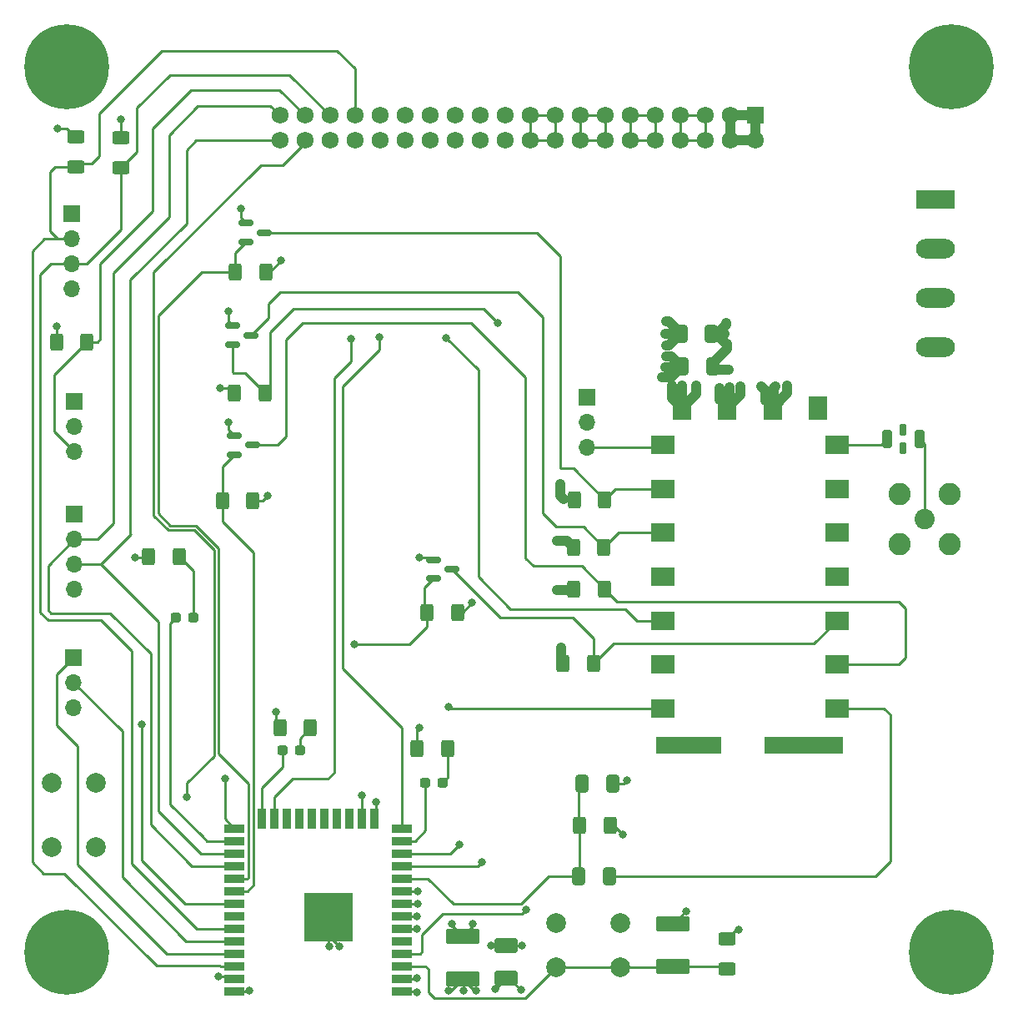
<source format=gbr>
%TF.GenerationSoftware,KiCad,Pcbnew,6.0.5-a6ca702e91~116~ubuntu22.04.1*%
%TF.CreationDate,2022-06-14T21:35:23-07:00*%
%TF.ProjectId,aprs-esp32,61707273-2d65-4737-9033-322e6b696361,v1.0.0*%
%TF.SameCoordinates,Original*%
%TF.FileFunction,Copper,L1,Top*%
%TF.FilePolarity,Positive*%
%FSLAX46Y46*%
G04 Gerber Fmt 4.6, Leading zero omitted, Abs format (unit mm)*
G04 Created by KiCad (PCBNEW 6.0.5-a6ca702e91~116~ubuntu22.04.1) date 2022-06-14 21:35:23*
%MOMM*%
%LPD*%
G01*
G04 APERTURE LIST*
G04 Aperture macros list*
%AMRoundRect*
0 Rectangle with rounded corners*
0 $1 Rounding radius*
0 $2 $3 $4 $5 $6 $7 $8 $9 X,Y pos of 4 corners*
0 Add a 4 corners polygon primitive as box body*
4,1,4,$2,$3,$4,$5,$6,$7,$8,$9,$2,$3,0*
0 Add four circle primitives for the rounded corners*
1,1,$1+$1,$2,$3*
1,1,$1+$1,$4,$5*
1,1,$1+$1,$6,$7*
1,1,$1+$1,$8,$9*
0 Add four rect primitives between the rounded corners*
20,1,$1+$1,$2,$3,$4,$5,0*
20,1,$1+$1,$4,$5,$6,$7,0*
20,1,$1+$1,$6,$7,$8,$9,0*
20,1,$1+$1,$8,$9,$2,$3,0*%
G04 Aperture macros list end*
%TA.AperFunction,SMDPad,CuDef*%
%ADD10RoundRect,0.250000X-0.400000X-0.625000X0.400000X-0.625000X0.400000X0.625000X-0.400000X0.625000X0*%
%TD*%
%TA.AperFunction,SMDPad,CuDef*%
%ADD11RoundRect,0.250000X0.400000X0.625000X-0.400000X0.625000X-0.400000X-0.625000X0.400000X-0.625000X0*%
%TD*%
%TA.AperFunction,SMDPad,CuDef*%
%ADD12R,5.000000X5.000000*%
%TD*%
%TA.AperFunction,SMDPad,CuDef*%
%ADD13R,2.000000X0.900000*%
%TD*%
%TA.AperFunction,SMDPad,CuDef*%
%ADD14R,0.900000X2.000000*%
%TD*%
%TA.AperFunction,ComponentPad*%
%ADD15C,2.000000*%
%TD*%
%TA.AperFunction,SMDPad,CuDef*%
%ADD16RoundRect,0.250000X-0.412500X-0.650000X0.412500X-0.650000X0.412500X0.650000X-0.412500X0.650000X0*%
%TD*%
%TA.AperFunction,SMDPad,CuDef*%
%ADD17RoundRect,0.150000X-0.587500X-0.150000X0.587500X-0.150000X0.587500X0.150000X-0.587500X0.150000X0*%
%TD*%
%TA.AperFunction,SMDPad,CuDef*%
%ADD18RoundRect,0.250000X-0.625000X0.400000X-0.625000X-0.400000X0.625000X-0.400000X0.625000X0.400000X0*%
%TD*%
%TA.AperFunction,ComponentPad*%
%ADD19C,1.725000*%
%TD*%
%TA.AperFunction,ComponentPad*%
%ADD20R,1.725000X1.725000*%
%TD*%
%TA.AperFunction,SMDPad,CuDef*%
%ADD21RoundRect,0.250000X1.450000X-0.537500X1.450000X0.537500X-1.450000X0.537500X-1.450000X-0.537500X0*%
%TD*%
%TA.AperFunction,SMDPad,CuDef*%
%ADD22RoundRect,0.237500X0.287500X0.237500X-0.287500X0.237500X-0.287500X-0.237500X0.287500X-0.237500X0*%
%TD*%
%TA.AperFunction,ComponentPad*%
%ADD23C,2.050000*%
%TD*%
%TA.AperFunction,ComponentPad*%
%ADD24C,2.250000*%
%TD*%
%TA.AperFunction,SMDPad,CuDef*%
%ADD25RoundRect,0.250000X-1.450000X0.537500X-1.450000X-0.537500X1.450000X-0.537500X1.450000X0.537500X0*%
%TD*%
%TA.AperFunction,ComponentPad*%
%ADD26R,3.960000X1.980000*%
%TD*%
%TA.AperFunction,ComponentPad*%
%ADD27O,3.960000X1.980000*%
%TD*%
%TA.AperFunction,ComponentPad*%
%ADD28R,1.700000X1.700000*%
%TD*%
%TA.AperFunction,ComponentPad*%
%ADD29O,1.700000X1.700000*%
%TD*%
%TA.AperFunction,ComponentPad*%
%ADD30C,0.900000*%
%TD*%
%TA.AperFunction,ComponentPad*%
%ADD31C,8.600000*%
%TD*%
%TA.AperFunction,SMDPad,CuDef*%
%ADD32R,2.470000X1.880000*%
%TD*%
%TA.AperFunction,SMDPad,CuDef*%
%ADD33R,1.880000X2.470000*%
%TD*%
%TA.AperFunction,SMDPad,CuDef*%
%ADD34R,6.600000X1.800000*%
%TD*%
%TA.AperFunction,SMDPad,CuDef*%
%ADD35R,8.000000X1.800000*%
%TD*%
%TA.AperFunction,SMDPad,CuDef*%
%ADD36RoundRect,0.152500X-0.152500X-0.470000X0.152500X-0.470000X0.152500X0.470000X-0.152500X0.470000X0*%
%TD*%
%TA.AperFunction,ComponentPad*%
%ADD37C,0.610000*%
%TD*%
%TA.AperFunction,SMDPad,CuDef*%
%ADD38RoundRect,0.249600X-0.270400X-0.650400X0.270400X-0.650400X0.270400X0.650400X-0.270400X0.650400X0*%
%TD*%
%TA.AperFunction,SMDPad,CuDef*%
%ADD39RoundRect,0.250001X-0.924999X0.499999X-0.924999X-0.499999X0.924999X-0.499999X0.924999X0.499999X0*%
%TD*%
%TA.AperFunction,SMDPad,CuDef*%
%ADD40RoundRect,0.250000X0.412500X0.650000X-0.412500X0.650000X-0.412500X-0.650000X0.412500X-0.650000X0*%
%TD*%
%TA.AperFunction,ViaPad*%
%ADD41C,0.800000*%
%TD*%
%TA.AperFunction,Conductor*%
%ADD42C,0.292100*%
%TD*%
%TA.AperFunction,Conductor*%
%ADD43C,1.000000*%
%TD*%
%TA.AperFunction,Conductor*%
%ADD44C,0.230000*%
%TD*%
G04 APERTURE END LIST*
D10*
%TO.P,R6,1*%
%TO.N,+4V*%
X76605000Y-78035000D03*
%TO.P,R6,2*%
%TO.N,RADIO_TX_HIGH*%
X79705000Y-78035000D03*
%TD*%
D11*
%TO.P,R2,2*%
%TO.N,RADIO_ENA_LOW*%
X42192500Y-45875000D03*
%TO.P,R2,1*%
%TO.N,+3V3*%
X45292500Y-45875000D03*
%TD*%
D12*
%TO.P,ESP32-WROOM-32D1,39,GND*%
%TO.N,GND*%
X51650275Y-111341072D03*
D13*
%TO.P,ESP32-WROOM-32D1,38,GND*%
X42150275Y-118841072D03*
%TO.P,ESP32-WROOM-32D1,37,IO23*%
%TO.N,GPIO23*%
X42150275Y-117571072D03*
%TO.P,ESP32-WROOM-32D1,36,IO22*%
%TO.N,I2C_SCL*%
X42150275Y-116301072D03*
%TO.P,ESP32-WROOM-32D1,35,TXD0/IO1*%
%TO.N,ESP_TX*%
X42150275Y-115031072D03*
%TO.P,ESP32-WROOM-32D1,34,RXD0/IO3*%
%TO.N,ESP_RX*%
X42150275Y-113761072D03*
%TO.P,ESP32-WROOM-32D1,33,IO21*%
%TO.N,I2C_SA*%
X42150275Y-112491072D03*
%TO.P,ESP32-WROOM-32D1,32,NC*%
%TO.N,unconnected-(ESP32-WROOM-32D1-Pad32)*%
X42150275Y-111221072D03*
%TO.P,ESP32-WROOM-32D1,31,IO19*%
%TO.N,RADIO_RX_LOW*%
X42150275Y-109951072D03*
%TO.P,ESP32-WROOM-32D1,30,IO18*%
%TO.N,RADIO_TX_LOW*%
X42150275Y-108681072D03*
%TO.P,ESP32-WROOM-32D1,29,IO5*%
%TO.N,RADIO_ENA_LOW*%
X42150275Y-107411072D03*
%TO.P,ESP32-WROOM-32D1,28,IO17*%
%TO.N,GPS_TX*%
X42150275Y-106141072D03*
%TO.P,ESP32-WROOM-32D1,27,IO16*%
%TO.N,GPS_RX*%
X42150275Y-104871072D03*
%TO.P,ESP32-WROOM-32D1,26,IO4*%
%TO.N,GPIO04*%
X42150275Y-103601072D03*
%TO.P,ESP32-WROOM-32D1,25,IO0*%
%TO.N,ESP_PROG*%
X42150275Y-102331072D03*
D14*
%TO.P,ESP32-WROOM-32D1,24,IO2*%
%TO.N,GPIO02*%
X44935275Y-101331072D03*
%TO.P,ESP32-WROOM-32D1,23,IO15*%
%TO.N,GPIO015*%
X46205275Y-101331072D03*
%TO.P,ESP32-WROOM-32D1,22,SDI/SD1*%
%TO.N,unconnected-(ESP32-WROOM-32D1-Pad22)*%
X47475275Y-101331072D03*
%TO.P,ESP32-WROOM-32D1,21,SDO/SD0*%
%TO.N,unconnected-(ESP32-WROOM-32D1-Pad21)*%
X48745275Y-101331072D03*
%TO.P,ESP32-WROOM-32D1,20,SCK/CLK*%
%TO.N,unconnected-(ESP32-WROOM-32D1-Pad20)*%
X50015275Y-101331072D03*
%TO.P,ESP32-WROOM-32D1,19,SCS/CMD*%
%TO.N,unconnected-(ESP32-WROOM-32D1-Pad19)*%
X51285275Y-101331072D03*
%TO.P,ESP32-WROOM-32D1,18,SWP/SD3*%
%TO.N,unconnected-(ESP32-WROOM-32D1-Pad18)*%
X52555275Y-101331072D03*
%TO.P,ESP32-WROOM-32D1,17,SHD/SD2*%
%TO.N,unconnected-(ESP32-WROOM-32D1-Pad17)*%
X53825275Y-101331072D03*
%TO.P,ESP32-WROOM-32D1,16,IO13*%
%TO.N,ONE_WIRE*%
X55095275Y-101331072D03*
%TO.P,ESP32-WROOM-32D1,15,GND*%
%TO.N,GND*%
X56365275Y-101331072D03*
D13*
%TO.P,ESP32-WROOM-32D1,14,IO12*%
%TO.N,GPIO012*%
X59150275Y-102331072D03*
%TO.P,ESP32-WROOM-32D1,13,IO14*%
%TO.N,GPIO014*%
X59150275Y-103601072D03*
%TO.P,ESP32-WROOM-32D1,12,IO27*%
%TO.N,GPIO27*%
X59150275Y-104871072D03*
%TO.P,ESP32-WROOM-32D1,11,IO26*%
%TO.N,GPIO26*%
X59150275Y-106141072D03*
%TO.P,ESP32-WROOM-32D1,10,IO25*%
%TO.N,FSK_OUT*%
X59150275Y-107411072D03*
%TO.P,ESP32-WROOM-32D1,9,IO33*%
%TO.N,PTT_LOW*%
X59150275Y-108681072D03*
%TO.P,ESP32-WROOM-32D1,8,IO32*%
%TO.N,GPIO032*%
X59150275Y-109951072D03*
%TO.P,ESP32-WROOM-32D1,7,IO35*%
%TO.N,GPIO35*%
X59150275Y-111221072D03*
%TO.P,ESP32-WROOM-32D1,6,IO34*%
%TO.N,GPIO34*%
X59150275Y-112491072D03*
%TO.P,ESP32-WROOM-32D1,5,SENSOR_VN*%
%TO.N,unconnected-(ESP32-WROOM-32D1-Pad5)*%
X59150275Y-113761072D03*
%TO.P,ESP32-WROOM-32D1,4,SENSOR_VP*%
%TO.N,AUDIO_IN*%
X59150275Y-115031072D03*
%TO.P,ESP32-WROOM-32D1,3,EN*%
%TO.N,ESP_ENA*%
X59150275Y-116301072D03*
%TO.P,ESP32-WROOM-32D1,2,VDD*%
%TO.N,+3V3*%
X59150275Y-117571072D03*
%TO.P,ESP32-WROOM-32D1,1,GND*%
%TO.N,GND*%
X59150275Y-118841072D03*
%TD*%
D15*
%TO.P,SW2,2,2*%
%TO.N,ESP_PROG*%
X28065000Y-97715000D03*
X28065000Y-104215000D03*
%TO.P,SW2,1,1*%
%TO.N,GND*%
X23565000Y-97715000D03*
X23565000Y-104215000D03*
%TD*%
D16*
%TO.P,C2,1*%
%TO.N,+4V*%
X87555000Y-55485000D03*
%TO.P,C2,2*%
%TO.N,GND*%
X90680000Y-55485000D03*
%TD*%
D17*
%TO.P,Q2,1,G*%
%TO.N,+3V3*%
X42116500Y-62501600D03*
%TO.P,Q2,2,S*%
%TO.N,RADIO_TX_LOW*%
X42116500Y-64401600D03*
%TO.P,Q2,3,D*%
%TO.N,RADIO_TX_HIGH*%
X43991500Y-63451600D03*
%TD*%
D18*
%TO.P,R12,1*%
%TO.N,+3V3*%
X25997896Y-32172987D03*
%TO.P,R12,2*%
%TO.N,I2C_SCL*%
X25997896Y-35272987D03*
%TD*%
D19*
%TO.P,J5,40,40*%
%TO.N,GPS_RX*%
X46740000Y-32540000D03*
%TO.P,J5,39,39*%
%TO.N,GPS_TX*%
X46740000Y-30000000D03*
%TO.P,J5,38,38*%
%TO.N,GPIO23*%
X49280000Y-32540000D03*
%TO.P,J5,37,37*%
%TO.N,ONE_WIRE*%
X49280000Y-30000000D03*
%TO.P,J5,36,36*%
%TO.N,GPIO015*%
X51820000Y-32540000D03*
%TO.P,J5,35,35*%
%TO.N,I2C_SA*%
X51820000Y-30000000D03*
%TO.P,J5,34,34*%
%TO.N,GPIO012*%
X54360000Y-32540000D03*
%TO.P,J5,33,33*%
%TO.N,I2C_SCL*%
X54360000Y-30000000D03*
%TO.P,J5,32,32*%
%TO.N,GPIO27*%
X56900000Y-32540000D03*
%TO.P,J5,31,31*%
%TO.N,unconnected-(J5-Pad31)*%
X56900000Y-30000000D03*
%TO.P,J5,30,30*%
%TO.N,GPIO26*%
X59440000Y-32540000D03*
%TO.P,J5,29,29*%
%TO.N,GPIO35*%
X59440000Y-30000000D03*
%TO.P,J5,28,28*%
%TO.N,GPIO032*%
X61980000Y-32540000D03*
%TO.P,J5,27,27*%
%TO.N,AF_OUT*%
X61980000Y-30000000D03*
%TO.P,J5,26,26*%
%TO.N,GPIO34*%
X64520000Y-32540000D03*
%TO.P,J5,25,25*%
%TO.N,unconnected-(J5-Pad25)*%
X64520000Y-30000000D03*
%TO.P,J5,24,24*%
%TO.N,AUDIO_IN*%
X67060000Y-32540000D03*
%TO.P,J5,23,23*%
%TO.N,unconnected-(J5-Pad23)*%
X67060000Y-30000000D03*
%TO.P,J5,22,22*%
%TO.N,unconnected-(J5-Pad22)*%
X69600000Y-32540000D03*
%TO.P,J5,21,21*%
%TO.N,SQ*%
X69600000Y-30000000D03*
%TO.P,J5,20,20*%
%TO.N,4V_E*%
X72140000Y-32540000D03*
%TO.P,J5,19,19*%
X72140000Y-30000000D03*
%TO.P,J5,18,18*%
X74680000Y-32540000D03*
%TO.P,J5,17,17*%
X74680000Y-30000000D03*
%TO.P,J5,16,16*%
%TO.N,+3V3_E*%
X77220000Y-32540000D03*
%TO.P,J5,15,15*%
X77220000Y-30000000D03*
%TO.P,J5,14,14*%
X79760000Y-32540000D03*
%TO.P,J5,13,13*%
X79760000Y-30000000D03*
%TO.P,J5,12,12*%
%TO.N,+3V3*%
X82300000Y-32540000D03*
%TO.P,J5,11,11*%
X82300000Y-30000000D03*
%TO.P,J5,10,10*%
X84840000Y-32540000D03*
%TO.P,J5,9,9*%
X84840000Y-30000000D03*
%TO.P,J5,8,8*%
%TO.N,GND*%
X87380000Y-32540000D03*
%TO.P,J5,7,7*%
X87380000Y-30000000D03*
%TO.P,J5,6,6*%
X89920000Y-32540000D03*
%TO.P,J5,5,5*%
X89920000Y-30000000D03*
%TO.P,J5,4,4*%
%TO.N,+4V*%
X92460000Y-32540000D03*
%TO.P,J5,3,3*%
X92460000Y-30000000D03*
%TO.P,J5,2,2*%
X95000000Y-32540000D03*
D20*
%TO.P,J5,1,1*%
X95000000Y-30000000D03*
%TD*%
D11*
%TO.P,R4,1*%
%TO.N,+3V3*%
X64805000Y-80403800D03*
%TO.P,R4,2*%
%TO.N,RADIO_RX_LOW*%
X61705000Y-80403800D03*
%TD*%
D21*
%TO.P,C3,1*%
%TO.N,ESP_ENA*%
X86679587Y-116330713D03*
%TO.P,C3,2*%
%TO.N,GND*%
X86679587Y-112055713D03*
%TD*%
D22*
%TO.P,D1,1,K*%
%TO.N,Net-(D1-Pad1)*%
X37927500Y-80975000D03*
%TO.P,D1,2,A*%
%TO.N,GPIO04*%
X36177500Y-80975000D03*
%TD*%
D23*
%TO.P,J7,1,In*%
%TO.N,/RF_OUT*%
X112186370Y-70945645D03*
D24*
%TO.P,J7,2,Ext*%
%TO.N,GND*%
X114726370Y-73485645D03*
X109646370Y-73485645D03*
X114726370Y-68405645D03*
X109646370Y-68405645D03*
%TD*%
D11*
%TO.P,R14,1*%
%TO.N,Net-(D1-Pad1)*%
X36515000Y-74795000D03*
%TO.P,R14,2*%
%TO.N,GND*%
X33415000Y-74795000D03*
%TD*%
D25*
%TO.P,C4,2*%
%TO.N,GND*%
X65315000Y-117580000D03*
%TO.P,C4,1*%
%TO.N,+3V3*%
X65315000Y-113305000D03*
%TD*%
D17*
%TO.P,Q4,1,G*%
%TO.N,+3V3*%
X41952500Y-51355000D03*
%TO.P,Q4,2,S*%
%TO.N,PTT_LOW*%
X41952500Y-53255000D03*
%TO.P,Q4,3,D*%
%TO.N,PTT_HIGH*%
X43827500Y-52305000D03*
%TD*%
D22*
%TO.P,D2,1,K*%
%TO.N,Net-(D2-Pad1)*%
X48767500Y-94375000D03*
%TO.P,D2,2,A*%
%TO.N,GPIO02*%
X47017500Y-94375000D03*
%TD*%
D16*
%TO.P,C1,1*%
%TO.N,+4V*%
X87455000Y-52145000D03*
%TO.P,C1,2*%
%TO.N,GND*%
X90580000Y-52145000D03*
%TD*%
D26*
%TO.P,J3,1,Pin_1*%
%TO.N,+4V*%
X113345000Y-38545000D03*
D27*
%TO.P,J3,2,Pin_2*%
%TO.N,GND*%
X113345000Y-43545000D03*
%TO.P,J3,3,Pin_3*%
X113345000Y-48545000D03*
%TO.P,J3,4,Pin_4*%
%TO.N,+3V3*%
X113345000Y-53545000D03*
%TD*%
D10*
%TO.P,R7,1*%
%TO.N,+4V*%
X75465000Y-85625000D03*
%TO.P,R7,2*%
%TO.N,RADIO_RX_HIGH*%
X78565000Y-85625000D03*
%TD*%
D22*
%TO.P,D3,1,K*%
%TO.N,Net-(D3-Pad1)*%
X63237500Y-97685000D03*
%TO.P,D3,2,A*%
%TO.N,GPIO014*%
X61487500Y-97685000D03*
%TD*%
D11*
%TO.P,R15,1*%
%TO.N,Net-(D2-Pad1)*%
X49855000Y-92145000D03*
%TO.P,R15,2*%
%TO.N,GND*%
X46755000Y-92145000D03*
%TD*%
D28*
%TO.P,J8,1,Pin_1*%
%TO.N,ESP_TX*%
X25798507Y-85003164D03*
D29*
%TO.P,J8,2,Pin_2*%
%TO.N,ESP_RX*%
X25798507Y-87543164D03*
%TO.P,J8,3,Pin_3*%
%TO.N,GND*%
X25798507Y-90083164D03*
%TD*%
D28*
%TO.P,J6,1,Pin_1*%
%TO.N,unconnected-(J6-Pad1)*%
X77940218Y-58596018D03*
D29*
%TO.P,J6,2,Pin_2*%
%TO.N,GND*%
X77940218Y-61136018D03*
%TO.P,J6,3,Pin_3*%
%TO.N,/RF_HI_ENA*%
X77940218Y-63676018D03*
%TD*%
D17*
%TO.P,Q1,3,D*%
%TO.N,RADIO_ENA_HIGH*%
X45170000Y-41895000D03*
%TO.P,Q1,2,S*%
%TO.N,RADIO_ENA_LOW*%
X43295000Y-42845000D03*
%TO.P,Q1,1,G*%
%TO.N,+3V3*%
X43295000Y-40945000D03*
%TD*%
D30*
%TO.P,H4,1,1*%
%TO.N,GND*%
X118145000Y-114920000D03*
D31*
X114920000Y-114920000D03*
D30*
X112639581Y-117200419D03*
X111695000Y-114920000D03*
X117200419Y-117200419D03*
X114920000Y-111695000D03*
X117200419Y-112639581D03*
X114920000Y-118145000D03*
X112639581Y-112639581D03*
%TD*%
D32*
%TO.P,U1,1,SQ*%
%TO.N,SQ*%
X85640000Y-90155000D03*
%TO.P,U1,2*%
%TO.N,N/C*%
X85640000Y-85705000D03*
%TO.P,U1,3,AF_OUT*%
%TO.N,AF_OUT*%
X85640000Y-81255000D03*
%TO.P,U1,4*%
%TO.N,N/C*%
X85640000Y-76805000D03*
%TO.P,U1,5,PTT*%
%TO.N,PTT_HIGH*%
X85640000Y-72355000D03*
%TO.P,U1,6,PD*%
%TO.N,RADIO_ENA_HIGH*%
X85640000Y-67905000D03*
%TO.P,U1,7,H/L*%
%TO.N,/RF_HI_ENA*%
X85640000Y-63455000D03*
D33*
%TO.P,U1,8,VBAT*%
%TO.N,+4V*%
X87565000Y-59680000D03*
%TO.P,U1,9,GND*%
%TO.N,GND*%
X92165000Y-59680000D03*
%TO.P,U1,10,GND*%
X96765000Y-59680000D03*
%TO.P,U1,11*%
%TO.N,N/C*%
X101365000Y-59680000D03*
D32*
%TO.P,U1,12,ANT*%
%TO.N,/RF_OUT_NO_FILTER*%
X103290000Y-63455000D03*
%TO.P,U1,13*%
%TO.N,N/C*%
X103290000Y-67905000D03*
%TO.P,U1,14*%
X103290000Y-72355000D03*
%TO.P,U1,15*%
X103290000Y-76805000D03*
%TO.P,U1,16,RXD*%
%TO.N,RADIO_RX_HIGH*%
X103290000Y-81255000D03*
%TO.P,U1,17,TXD*%
%TO.N,RADIO_TX_HIGH*%
X103290000Y-85705000D03*
%TO.P,U1,18,MIC_IN*%
%TO.N,MIC_IN*%
X103290000Y-90155000D03*
D34*
%TO.P,U1,P2*%
%TO.N,N/C*%
X88265000Y-93930000D03*
D35*
%TO.P,U1,P3*%
X99965000Y-93930000D03*
%TD*%
D36*
%TO.P,FL1,4,GND*%
%TO.N,GND*%
X110051659Y-61938766D03*
D37*
X110051659Y-61761266D03*
D38*
%TO.P,FL1,3,OUT*%
%TO.N,/RF_OUT*%
X111676659Y-62866266D03*
D36*
%TO.P,FL1,2,GND*%
%TO.N,GND*%
X110051659Y-63793766D03*
D37*
X110051659Y-63971266D03*
D38*
%TO.P,FL1,1,IN*%
%TO.N,/RF_OUT_NO_FILTER*%
X108426659Y-62866266D03*
%TD*%
D17*
%TO.P,Q3,1,G*%
%TO.N,+3V3*%
X62317500Y-75085000D03*
%TO.P,Q3,2,S*%
%TO.N,RADIO_RX_LOW*%
X62317500Y-76985000D03*
%TO.P,Q3,3,D*%
%TO.N,RADIO_RX_HIGH*%
X64192500Y-76035000D03*
%TD*%
D10*
%TO.P,R10,1*%
%TO.N,+3V3*%
X42140000Y-58165000D03*
%TO.P,R10,2*%
%TO.N,PTT_LOW*%
X45240000Y-58165000D03*
%TD*%
D31*
%TO.P,H3,1,1*%
%TO.N,GND*%
X25080000Y-114920000D03*
D30*
X21855000Y-114920000D03*
X25080000Y-118145000D03*
X27360419Y-112639581D03*
X27360419Y-117200419D03*
X22799581Y-117200419D03*
X22799581Y-112639581D03*
X28305000Y-114920000D03*
X25080000Y-111695000D03*
%TD*%
D10*
%TO.P,R11,1*%
%TO.N,+4V*%
X76545000Y-73825000D03*
%TO.P,R11,2*%
%TO.N,PTT_HIGH*%
X79645000Y-73825000D03*
%TD*%
D39*
%TO.P,C5,1*%
%TO.N,+3V3*%
X69725000Y-114245000D03*
%TO.P,C5,2*%
%TO.N,GND*%
X69725000Y-117495000D03*
%TD*%
D11*
%TO.P,R9,1*%
%TO.N,GND*%
X80265000Y-102015000D03*
%TO.P,R9,2*%
%TO.N,FSK_OUT*%
X77165000Y-102015000D03*
%TD*%
D28*
%TO.P,J2,1,Pin_1*%
%TO.N,+3V3*%
X25885000Y-59025000D03*
D29*
%TO.P,J2,2,Pin_2*%
%TO.N,GND*%
X25885000Y-61565000D03*
%TO.P,J2,3,Pin_3*%
%TO.N,ONE_WIRE*%
X25885000Y-64105000D03*
%TD*%
D28*
%TO.P,J4,1,Pin_1*%
%TO.N,+3V3*%
X25592860Y-39985000D03*
D29*
%TO.P,J4,2,Pin_2*%
%TO.N,I2C_SCL*%
X25592860Y-42525000D03*
%TO.P,J4,3,Pin_3*%
%TO.N,I2C_SA*%
X25592860Y-45065000D03*
%TO.P,J4,4,Pin_4*%
%TO.N,GND*%
X25592860Y-47605000D03*
%TD*%
D40*
%TO.P,C6,1*%
%TO.N,GND*%
X80537500Y-97815000D03*
%TO.P,C6,2*%
%TO.N,FSK_OUT*%
X77412500Y-97815000D03*
%TD*%
D11*
%TO.P,R16,1*%
%TO.N,Net-(D3-Pad1)*%
X63785000Y-94215000D03*
%TO.P,R16,2*%
%TO.N,GND*%
X60685000Y-94215000D03*
%TD*%
D10*
%TO.P,R1,1*%
%TO.N,+3V3*%
X24042860Y-53006828D03*
%TO.P,R1,2*%
%TO.N,ONE_WIRE*%
X27142860Y-53006828D03*
%TD*%
D18*
%TO.P,R8,1*%
%TO.N,+3V3*%
X92179187Y-113529917D03*
%TO.P,R8,2*%
%TO.N,ESP_ENA*%
X92179187Y-116629917D03*
%TD*%
D10*
%TO.P,R5,1*%
%TO.N,+4V*%
X76615000Y-68985000D03*
%TO.P,R5,2*%
%TO.N,RADIO_ENA_HIGH*%
X79715000Y-68985000D03*
%TD*%
D30*
%TO.P,H2,1,1*%
%TO.N,GND*%
X27360419Y-22799581D03*
D31*
X25080000Y-25080000D03*
D30*
X21855000Y-25080000D03*
X27360419Y-27360419D03*
X22799581Y-27360419D03*
X25080000Y-28305000D03*
X22799581Y-22799581D03*
X25080000Y-21855000D03*
X28305000Y-25080000D03*
%TD*%
%TO.P,H1,1,1*%
%TO.N,GND*%
X118145000Y-25080000D03*
X111695000Y-25080000D03*
D31*
X114920000Y-25080000D03*
D30*
X117200419Y-27360419D03*
X114920000Y-28305000D03*
X117200419Y-22799581D03*
X114920000Y-21855000D03*
X112639581Y-27360419D03*
X112639581Y-22799581D03*
%TD*%
D18*
%TO.P,R13,1*%
%TO.N,+3V3*%
X30608653Y-32233974D03*
%TO.P,R13,2*%
%TO.N,I2C_SA*%
X30608653Y-35333974D03*
%TD*%
D40*
%TO.P,C7,1*%
%TO.N,MIC_IN*%
X80243050Y-107175205D03*
%TO.P,C7,2*%
%TO.N,FSK_OUT*%
X77118050Y-107175205D03*
%TD*%
D11*
%TO.P,R3,1*%
%TO.N,+3V3*%
X43995000Y-69065000D03*
%TO.P,R3,2*%
%TO.N,RADIO_TX_LOW*%
X40895000Y-69065000D03*
%TD*%
D28*
%TO.P,J1,1,Pin_1*%
%TO.N,+3V3*%
X25885000Y-70455000D03*
D29*
%TO.P,J1,2,Pin_2*%
%TO.N,GPS_TX*%
X25885000Y-72995000D03*
%TO.P,J1,3,Pin_3*%
%TO.N,GPS_RX*%
X25885000Y-75535000D03*
%TO.P,J1,4,Pin_4*%
%TO.N,GND*%
X25885000Y-78075000D03*
%TD*%
D15*
%TO.P,SW1,1,1*%
%TO.N,GND*%
X81299009Y-111952171D03*
X74799009Y-111952171D03*
%TO.P,SW1,2,2*%
%TO.N,ESP_ENA*%
X74799009Y-116452171D03*
X81299009Y-116452171D03*
%TD*%
D41*
%TO.N,+3V3*%
X24105000Y-51365000D03*
X66245000Y-79465000D03*
X60905000Y-74815000D03*
%TO.N,GND*%
X43615000Y-118835000D03*
X81595000Y-102945000D03*
X81985000Y-97475000D03*
X95615000Y-57545000D03*
%TO.N,+3V3*%
X41535000Y-61135000D03*
X41485000Y-49855000D03*
X42745000Y-39505000D03*
X24125000Y-31305000D03*
X30585000Y-30395000D03*
X46865000Y-44735000D03*
X40685000Y-57675000D03*
X45485000Y-68605000D03*
%TO.N,AF_OUT*%
X63635000Y-52585000D03*
%TO.N,RADIO_RX_LOW*%
X54265000Y-83665000D03*
X32695000Y-91765000D03*
%TO.N,SQ*%
X63895000Y-90015000D03*
%TO.N,GPIO015*%
X53965000Y-52685000D03*
%TO.N,ONE_WIRE*%
X55095275Y-99024725D03*
%TO.N,PTT_LOW*%
X68845000Y-51045000D03*
%TO.N,+4V*%
X75185000Y-67445000D03*
%TO.N,GND*%
X56485000Y-99645000D03*
X46305000Y-90525000D03*
%TO.N,GPIO23*%
X37305000Y-99185000D03*
%TO.N,AUDIO_IN*%
X71755000Y-110595000D03*
%TO.N,PTT_LOW*%
X60759200Y-108707400D03*
%TO.N,GPIO27*%
X65005000Y-103945000D03*
%TO.N,ESP_PROG*%
X41205000Y-97295000D03*
%TO.N,GND*%
X60905000Y-92105000D03*
X51745000Y-114305000D03*
X98255000Y-57435000D03*
X92035000Y-51065000D03*
X93495000Y-57535000D03*
X53494800Y-109367800D03*
X65375000Y-118825000D03*
X92135000Y-53275000D03*
X66685000Y-118785000D03*
X91945000Y-52185000D03*
X97095000Y-57515000D03*
X51589800Y-111247400D03*
X51412000Y-109393200D03*
X91375000Y-57645000D03*
X71195000Y-118715000D03*
X87965000Y-110755000D03*
X63855000Y-118765000D03*
X92315000Y-55805000D03*
X49761000Y-109418600D03*
X32065000Y-74845000D03*
X68585000Y-118665000D03*
X52745000Y-114315000D03*
X60615000Y-118935000D03*
X92435000Y-57605000D03*
%TO.N,+4V*%
X85895000Y-55555000D03*
X85895000Y-52205000D03*
X85955000Y-50895000D03*
X75295000Y-84035000D03*
X85955000Y-54425000D03*
X85975000Y-53345000D03*
X74885000Y-78175000D03*
X86545000Y-57405000D03*
X88995000Y-57435000D03*
X87545000Y-57405000D03*
X85565000Y-56585000D03*
X74908800Y-73130400D03*
%TO.N,GPIO34*%
X60638928Y-112491072D03*
%TO.N,GPIO032*%
X60718928Y-109951072D03*
%TO.N,GPIO012*%
X56805000Y-52545000D03*
%TO.N,GPIO26*%
X67225000Y-105745000D03*
%TO.N,GPIO35*%
X60628928Y-111221072D03*
%TO.N,+3V3*%
X71285000Y-114185000D03*
X60675000Y-117545000D03*
X68145000Y-114195000D03*
X64185000Y-112055000D03*
X93345000Y-112635000D03*
X66335000Y-112045000D03*
%TO.N,GPIO23*%
X40495000Y-117325000D03*
%TD*%
D42*
%TO.N,+3V3*%
X24105000Y-51365000D02*
X24105000Y-52944688D01*
X24105000Y-52944688D02*
X24042860Y-53006828D01*
X64805000Y-80403800D02*
X65306200Y-80403800D01*
X65306200Y-80403800D02*
X66245000Y-79465000D01*
X60905000Y-74815000D02*
X62047500Y-74815000D01*
X62047500Y-74815000D02*
X62317500Y-75085000D01*
%TO.N,GND*%
X43608928Y-118841072D02*
X42150275Y-118841072D01*
X43615000Y-118835000D02*
X43608928Y-118841072D01*
%TO.N,RADIO_ENA_HIGH*%
X45170000Y-41895000D02*
X72835000Y-41895000D01*
X72835000Y-41895000D02*
X75255000Y-44315000D01*
X75255000Y-44315000D02*
X75255000Y-65815000D01*
X75255000Y-65815000D02*
X76545000Y-65815000D01*
X76545000Y-65815000D02*
X79715000Y-68985000D01*
X79715000Y-68985000D02*
X80795000Y-67905000D01*
X80795000Y-67905000D02*
X85640000Y-67905000D01*
D43*
%TO.N,+4V*%
X92460000Y-32540000D02*
X92460000Y-30000000D01*
X95000000Y-32540000D02*
X92460000Y-32540000D01*
X95000000Y-30000000D02*
X95000000Y-32540000D01*
X92460000Y-30000000D02*
X95000000Y-30000000D01*
D42*
%TO.N,GND*%
X87380000Y-32540000D02*
X87380000Y-30000000D01*
X89920000Y-32540000D02*
X87380000Y-32540000D01*
X89920000Y-30000000D02*
X89920000Y-32540000D01*
X87380000Y-30000000D02*
X89920000Y-30000000D01*
%TO.N,+3V3*%
X82300000Y-32540000D02*
X82300000Y-30000000D01*
X84840000Y-32540000D02*
X82300000Y-32540000D01*
X84840000Y-30000000D02*
X84840000Y-32540000D01*
X82300000Y-30000000D02*
X84840000Y-30000000D01*
D44*
%TO.N,+3V3_E*%
X77220000Y-32540000D02*
X77220000Y-30000000D01*
X79760000Y-32540000D02*
X77220000Y-32540000D01*
X79760000Y-30000000D02*
X79760000Y-32540000D01*
X77220000Y-30000000D02*
X79760000Y-30000000D01*
D42*
%TO.N,4V_E*%
X72140000Y-32540000D02*
X72140000Y-30000000D01*
X74680000Y-32540000D02*
X72140000Y-32540000D01*
X74680000Y-30000000D02*
X74680000Y-32540000D01*
X72140000Y-30000000D02*
X74680000Y-30000000D01*
%TO.N,GND*%
X51650275Y-111341072D02*
X51650275Y-111307875D01*
X51650275Y-111307875D02*
X49761000Y-109418600D01*
X51412000Y-109393200D02*
X51412000Y-111102797D01*
X51412000Y-111102797D02*
X51650275Y-111341072D01*
X53494800Y-109367800D02*
X53494800Y-109496547D01*
X53494800Y-109496547D02*
X51650275Y-111341072D01*
X51650275Y-111341072D02*
X51650275Y-114210275D01*
X51650275Y-114210275D02*
X51745000Y-114305000D01*
X51650275Y-111341072D02*
X51650275Y-113220275D01*
X51650275Y-113220275D02*
X52745000Y-114315000D01*
X80265000Y-102015000D02*
X80665000Y-102015000D01*
X80665000Y-102015000D02*
X81595000Y-102945000D01*
X80537500Y-97815000D02*
X81645000Y-97815000D01*
X81645000Y-97815000D02*
X81985000Y-97475000D01*
%TO.N,RADIO_RX_LOW*%
X61705000Y-81885000D02*
X59925000Y-83665000D01*
X59925000Y-83665000D02*
X54265000Y-83665000D01*
%TO.N,GPS_RX*%
X25885000Y-75535000D02*
X28577400Y-75535000D01*
X42150275Y-104871072D02*
X38671072Y-104871072D01*
%TO.N,RADIO_RX_LOW*%
X61705000Y-81885000D02*
X61705000Y-80403800D01*
D43*
%TO.N,GND*%
X90680000Y-55870000D02*
X90745000Y-55805000D01*
X90745000Y-55805000D02*
X92315000Y-55805000D01*
%TO.N,+4V*%
X74885000Y-78175000D02*
X76465000Y-78175000D01*
X76465000Y-78175000D02*
X76605000Y-78035000D01*
D42*
%TO.N,GPIO014*%
X59150275Y-103601072D02*
X60442375Y-103601072D01*
X60442375Y-103601072D02*
X61510000Y-102533447D01*
X61510000Y-102533447D02*
X61510000Y-97707500D01*
X61510000Y-97707500D02*
X61487500Y-97685000D01*
%TO.N,RADIO_RX_HIGH*%
X78565000Y-85625000D02*
X80635000Y-83555000D01*
X80635000Y-83555000D02*
X100990000Y-83555000D01*
X100990000Y-83555000D02*
X103290000Y-81255000D01*
%TO.N,GND*%
X92125000Y-53195000D02*
X92125000Y-53495000D01*
X92125000Y-53495000D02*
X92155000Y-53525000D01*
D43*
X92125000Y-53195000D02*
X92125000Y-53725000D01*
X92125000Y-53725000D02*
X90680000Y-55170000D01*
%TO.N,+4V*%
X74908800Y-73130400D02*
X75850400Y-73130400D01*
X75850400Y-73130400D02*
X76545000Y-73825000D01*
D42*
%TO.N,I2C_SCL*%
X24185000Y-42525000D02*
X25592860Y-42525000D01*
D43*
%TO.N,+4V*%
X85895000Y-52205000D02*
X87395000Y-52205000D01*
X87395000Y-52205000D02*
X87455000Y-52145000D01*
X85975000Y-53345000D02*
X86255000Y-53345000D01*
X86255000Y-53345000D02*
X87455000Y-52145000D01*
X85955000Y-50895000D02*
X86205000Y-50895000D01*
X86205000Y-50895000D02*
X87455000Y-52145000D01*
%TO.N,GND*%
X91045000Y-52145000D02*
X92135000Y-53235000D01*
X92135000Y-53235000D02*
X92135000Y-53275000D01*
X91125000Y-52145000D02*
X92035000Y-51235000D01*
X92035000Y-51235000D02*
X92035000Y-51065000D01*
%TO.N,+4V*%
X85895000Y-55555000D02*
X87485000Y-55555000D01*
X87485000Y-55555000D02*
X87555000Y-55485000D01*
X85565000Y-56585000D02*
X86455000Y-56585000D01*
X86455000Y-56585000D02*
X87555000Y-55485000D01*
X85955000Y-54425000D02*
X86495000Y-54425000D01*
X86495000Y-54425000D02*
X87555000Y-55485000D01*
X87545000Y-57405000D02*
X87545000Y-59660000D01*
X87545000Y-59660000D02*
X87565000Y-59680000D01*
X89015000Y-57425000D02*
X89015000Y-58230000D01*
X89015000Y-58230000D02*
X87565000Y-59680000D01*
%TO.N,GND*%
X93495000Y-57535000D02*
X93495000Y-58350000D01*
X93495000Y-58350000D02*
X92165000Y-59680000D01*
X97095000Y-57515000D02*
X96925000Y-57685000D01*
X96925000Y-57685000D02*
X96925000Y-59520000D01*
X98255000Y-57435000D02*
X98255000Y-58190000D01*
X98255000Y-58190000D02*
X96765000Y-59680000D01*
X95615000Y-57515000D02*
X96045000Y-57945000D01*
X96045000Y-57945000D02*
X96045000Y-58960000D01*
D42*
%TO.N,+3V3*%
X41535000Y-61135000D02*
X41535000Y-61920100D01*
X41535000Y-61920100D02*
X42116500Y-62501600D01*
X41485000Y-49855000D02*
X41485000Y-50887500D01*
X41485000Y-50887500D02*
X41952500Y-51355000D01*
X42745000Y-39505000D02*
X42745000Y-40395000D01*
X42745000Y-40395000D02*
X43295000Y-40945000D01*
X30585000Y-30395000D02*
X30585000Y-32210321D01*
X30585000Y-32210321D02*
X30608653Y-32233974D01*
X24125000Y-31305000D02*
X25129909Y-31305000D01*
X25129909Y-31305000D02*
X25997896Y-32172987D01*
X45292500Y-45875000D02*
X45725000Y-45875000D01*
X45725000Y-45875000D02*
X46865000Y-44735000D01*
X40685000Y-57675000D02*
X41650000Y-57675000D01*
X41650000Y-57675000D02*
X42140000Y-58165000D01*
X43995000Y-69065000D02*
X45025000Y-69065000D01*
X45025000Y-69065000D02*
X45485000Y-68605000D01*
%TO.N,Net-(D3-Pad1)*%
X63785000Y-94215000D02*
X63785000Y-97137500D01*
X63785000Y-97137500D02*
X63237500Y-97685000D01*
%TO.N,AF_OUT*%
X85640000Y-81255000D02*
X82975000Y-81255000D01*
X82975000Y-81255000D02*
X81785000Y-80065000D01*
X81785000Y-80065000D02*
X70095000Y-80065000D01*
X70095000Y-80065000D02*
X66875000Y-76845000D01*
X66875000Y-76845000D02*
X66875000Y-55825000D01*
X66875000Y-55825000D02*
X63635000Y-52585000D01*
%TO.N,RADIO_TX_HIGH*%
X43991500Y-63451600D02*
X46508400Y-63451600D01*
X49065000Y-51025000D02*
X66175000Y-51025000D01*
X46508400Y-63451600D02*
X47355000Y-62605000D01*
X47355000Y-62605000D02*
X47355000Y-52735000D01*
X47355000Y-52735000D02*
X49065000Y-51025000D01*
X66175000Y-51025000D02*
X71695000Y-56545000D01*
X71695000Y-56545000D02*
X71695000Y-74965000D01*
X71695000Y-74965000D02*
X72475000Y-75745000D01*
X72475000Y-75745000D02*
X77415000Y-75745000D01*
X77415000Y-75745000D02*
X79705000Y-78035000D01*
X79705000Y-78035000D02*
X80975000Y-79305000D01*
X80975000Y-79305000D02*
X109595000Y-79305000D01*
X110285000Y-85035000D02*
X109605000Y-85715000D01*
X109595000Y-79305000D02*
X110285000Y-79995000D01*
X110285000Y-79995000D02*
X110285000Y-85035000D01*
X109605000Y-85715000D02*
X107805000Y-85715000D01*
X107805000Y-85715000D02*
X107795000Y-85705000D01*
X107795000Y-85705000D02*
X103290000Y-85705000D01*
%TO.N,RADIO_RX_HIGH*%
X64192500Y-76035000D02*
X69142500Y-80985000D01*
X76495000Y-80985000D02*
X78565000Y-83055000D01*
X69142500Y-80985000D02*
X76495000Y-80985000D01*
X78565000Y-83055000D02*
X78565000Y-85625000D01*
%TO.N,PTT_HIGH*%
X79645000Y-73825000D02*
X81115000Y-72355000D01*
X81115000Y-72355000D02*
X85640000Y-72355000D01*
%TO.N,GPIO012*%
X56805000Y-52545000D02*
X56805000Y-53805000D01*
X56805000Y-53805000D02*
X53135000Y-57475000D01*
X53135000Y-86094450D02*
X59150275Y-92109725D01*
X53135000Y-57475000D02*
X53135000Y-86094450D01*
X59150275Y-92109725D02*
X59150275Y-102331072D01*
%TO.N,GPIO015*%
X53965000Y-52685000D02*
X53965000Y-54945000D01*
X53965000Y-54945000D02*
X52235000Y-56675000D01*
X52235000Y-56675000D02*
X52235000Y-96675000D01*
X52235000Y-96675000D02*
X51575000Y-97335000D01*
X51575000Y-97335000D02*
X47995000Y-97335000D01*
X47995000Y-97335000D02*
X46205275Y-99124725D01*
X46205275Y-99124725D02*
X46205275Y-101331072D01*
%TO.N,RADIO_RX_LOW*%
X37131072Y-109951072D02*
X32745000Y-105565000D01*
X42150275Y-109951072D02*
X37131072Y-109951072D01*
X32745000Y-105565000D02*
X32695000Y-105515000D01*
X32695000Y-105515000D02*
X32695000Y-91765000D01*
%TO.N,GPS_TX*%
X25885000Y-72995000D02*
X23218000Y-75662000D01*
X23218000Y-75662000D02*
X23218000Y-80208600D01*
X23218000Y-80208600D02*
X23497400Y-80488000D01*
X23497400Y-80488000D02*
X29517200Y-80488000D01*
X37761072Y-106141072D02*
X42150275Y-106141072D01*
X29517200Y-80488000D02*
X33605000Y-84575800D01*
X33605000Y-84575800D02*
X33605000Y-101985000D01*
X33605000Y-101985000D02*
X37761072Y-106141072D01*
%TO.N,GND*%
X60905000Y-92105000D02*
X60685000Y-92325000D01*
X60685000Y-92325000D02*
X60685000Y-94215000D01*
%TO.N,SQ*%
X63895000Y-90015000D02*
X64035000Y-90155000D01*
X64035000Y-90155000D02*
X85640000Y-90155000D01*
%TO.N,ONE_WIRE*%
X55095275Y-99024725D02*
X55095275Y-101331072D01*
%TO.N,PTT_LOW*%
X45735000Y-56105000D02*
X45735000Y-51995000D01*
%TO.N,RADIO_TX_LOW*%
X44071400Y-80358600D02*
X44071400Y-108047000D01*
X40895000Y-69065000D02*
X40895000Y-71175000D01*
X40895000Y-71175000D02*
X44071400Y-74351400D01*
X44071400Y-74351400D02*
X44071400Y-80358600D01*
%TO.N,PTT_LOW*%
X45240000Y-58165000D02*
X45735000Y-57670000D01*
X48105000Y-49625000D02*
X67425000Y-49625000D01*
X45735000Y-57670000D02*
X45735000Y-56105000D01*
X45735000Y-51995000D02*
X48105000Y-49625000D01*
X67425000Y-49625000D02*
X68845000Y-51045000D01*
%TO.N,PTT_HIGH*%
X43827500Y-52305000D02*
X45575000Y-50557500D01*
X45575000Y-50557500D02*
X45575000Y-49125000D01*
X45575000Y-49125000D02*
X46765000Y-47935000D01*
X46765000Y-47935000D02*
X70865000Y-47935000D01*
X74805000Y-71755000D02*
X77575000Y-71755000D01*
X70865000Y-47935000D02*
X73395000Y-50465000D01*
X73395000Y-50465000D02*
X73395000Y-70345000D01*
X73395000Y-70345000D02*
X74805000Y-71755000D01*
X77575000Y-71755000D02*
X79645000Y-73825000D01*
%TO.N,GPIO23*%
X37305000Y-99185000D02*
X37305000Y-97715000D01*
X37305000Y-97715000D02*
X40045000Y-94975000D01*
X35385000Y-72065000D02*
X33915000Y-70595000D01*
X40045000Y-94975000D02*
X40045000Y-74085000D01*
X40045000Y-74085000D02*
X38025000Y-72065000D01*
X38025000Y-72065000D02*
X35385000Y-72065000D01*
X33915000Y-70595000D02*
X33915000Y-45905000D01*
X33915000Y-45905000D02*
X44780000Y-35040000D01*
X44780000Y-35040000D02*
X47040000Y-35040000D01*
X47040000Y-35040000D02*
X49280000Y-32800000D01*
%TO.N,RADIO_ENA_LOW*%
X41915000Y-96175000D02*
X40486620Y-94746620D01*
X38207925Y-71623381D02*
X35623381Y-71623381D01*
X35623381Y-71623381D02*
X34395000Y-70395000D01*
X40486620Y-94746620D02*
X40486619Y-73902075D01*
X38815000Y-45875000D02*
X42192500Y-45875000D01*
X40486619Y-73902075D02*
X38207925Y-71623381D01*
X34395000Y-70395000D02*
X34395000Y-50295000D01*
X34395000Y-50295000D02*
X38815000Y-45875000D01*
X42150275Y-107411072D02*
X43462728Y-107411072D01*
X43462728Y-107411072D02*
X43565000Y-107308800D01*
X43565000Y-107308800D02*
X43565000Y-97805000D01*
X43565000Y-97805000D02*
X41915000Y-96155000D01*
X42192500Y-45875000D02*
X42192500Y-43947500D01*
X42192500Y-43947500D02*
X43295000Y-42845000D01*
%TO.N,FSK_OUT*%
X59150275Y-107411072D02*
X61761072Y-107411072D01*
X64355000Y-110005000D02*
X71195000Y-110005000D01*
X61761072Y-107411072D02*
X64355000Y-110005000D01*
X71195000Y-110005000D02*
X74024795Y-107175205D01*
X74024795Y-107175205D02*
X77118050Y-107175205D01*
%TO.N,RADIO_TX_LOW*%
X44071400Y-108047000D02*
X43437328Y-108681072D01*
X43437328Y-108681072D02*
X42150275Y-108681072D01*
%TO.N,GPIO26*%
X67225000Y-105745000D02*
X66828928Y-106141072D01*
X66828928Y-106141072D02*
X59150275Y-106141072D01*
%TO.N,GPIO27*%
X65005000Y-103945000D02*
X64078928Y-104871072D01*
X64078928Y-104871072D02*
X59150275Y-104871072D01*
%TO.N,AUDIO_IN*%
X71755000Y-110595000D02*
X71325000Y-111025000D01*
X71325000Y-111025000D02*
X63305000Y-111025000D01*
X61195000Y-113135000D02*
X61195000Y-114795000D01*
X63305000Y-111025000D02*
X61195000Y-113135000D01*
X61195000Y-114795000D02*
X60958928Y-115031072D01*
X60958928Y-115031072D02*
X59150275Y-115031072D01*
%TO.N,PTT_LOW*%
X41952500Y-56037500D02*
X42020000Y-56105000D01*
X42020000Y-56105000D02*
X43180000Y-56105000D01*
X43180000Y-56105000D02*
X45240000Y-58165000D01*
X41952500Y-53255000D02*
X41952500Y-56037500D01*
%TO.N,I2C_SA*%
X30608653Y-35333974D02*
X32235000Y-33707627D01*
X47715000Y-25895000D02*
X51820000Y-30000000D01*
X32235000Y-33707627D02*
X32235000Y-29215000D01*
X32235000Y-29215000D02*
X35555000Y-25895000D01*
X35555000Y-25895000D02*
X47715000Y-25895000D01*
%TO.N,GPS_RX*%
X31540400Y-72512400D02*
X31540400Y-46669600D01*
X31540400Y-46669600D02*
X37255000Y-40955000D01*
X37255000Y-40955000D02*
X37255000Y-33515000D01*
X37255000Y-33515000D02*
X38230000Y-32540000D01*
X38230000Y-32540000D02*
X46740000Y-32540000D01*
%TO.N,GPS_TX*%
X25885000Y-72995000D02*
X28247200Y-72995000D01*
X28247200Y-72995000D02*
X29847400Y-71394800D01*
X29847400Y-71394800D02*
X29847400Y-45962600D01*
X29847400Y-45962600D02*
X35465000Y-40345000D01*
X35465000Y-40345000D02*
X35465000Y-31995000D01*
X35465000Y-31995000D02*
X38425000Y-29035000D01*
X38425000Y-29035000D02*
X45775000Y-29035000D01*
X45775000Y-29035000D02*
X46740000Y-30000000D01*
%TO.N,ONE_WIRE*%
X28495000Y-52705000D02*
X28495000Y-45015000D01*
X28495000Y-45015000D02*
X33815000Y-39695000D01*
X33815000Y-39695000D02*
X33815000Y-31315000D01*
X33815000Y-31315000D02*
X37700000Y-27430000D01*
X37700000Y-27430000D02*
X46710000Y-27430000D01*
X46710000Y-27430000D02*
X49280000Y-30000000D01*
D43*
%TO.N,+4V*%
X75185000Y-67445000D02*
X75185000Y-68606600D01*
X75185000Y-68606600D02*
X75517800Y-68939400D01*
X75465000Y-85625000D02*
X75295000Y-85455000D01*
X75295000Y-85455000D02*
X75295000Y-84035000D01*
D42*
%TO.N,GND*%
X56485000Y-99645000D02*
X56485000Y-101211347D01*
X56485000Y-101211347D02*
X56365275Y-101331072D01*
X46305000Y-90525000D02*
X46305000Y-91695000D01*
X46305000Y-91695000D02*
X46755000Y-92145000D01*
%TO.N,Net-(D2-Pad1)*%
X48767500Y-94375000D02*
X48767500Y-93232500D01*
X48767500Y-93232500D02*
X49855000Y-92145000D01*
%TO.N,GPIO02*%
X44935275Y-101331072D02*
X44935275Y-98214725D01*
X44935275Y-98214725D02*
X47017500Y-96132500D01*
X47017500Y-96132500D02*
X47017500Y-94375000D01*
%TO.N,Net-(D1-Pad1)*%
X36515000Y-74795000D02*
X37925000Y-76205000D01*
X37925000Y-76205000D02*
X37925000Y-78585000D01*
X37925000Y-78585000D02*
X37927500Y-78587500D01*
X37927500Y-78587500D02*
X37927500Y-80975000D01*
%TO.N,GPIO23*%
X40495000Y-117325000D02*
X40505000Y-117335000D01*
X40505000Y-117335000D02*
X41914203Y-117335000D01*
X41914203Y-117335000D02*
X42150275Y-117571072D01*
%TO.N,ESP_PROG*%
X41205000Y-97295000D02*
X41205000Y-101385797D01*
X41205000Y-101385797D02*
X42150275Y-102331072D01*
%TO.N,ONE_WIRE*%
X27142860Y-53006828D02*
X28193172Y-53006828D01*
X28193172Y-53006828D02*
X28495000Y-52705000D01*
%TO.N,ESP_RX*%
X42150275Y-113761072D02*
X37191072Y-113761072D01*
X37191072Y-113761072D02*
X30725000Y-107295000D01*
X30725000Y-107295000D02*
X30725000Y-92469657D01*
X30725000Y-92469657D02*
X25798507Y-87543164D01*
%TO.N,I2C_SA*%
X42150275Y-112491072D02*
X38301072Y-112491072D01*
X38301072Y-112491072D02*
X31715000Y-105905000D01*
X31715000Y-105905000D02*
X31715000Y-84362200D01*
X31715000Y-84362200D02*
X28597800Y-81245000D01*
X22405000Y-46122000D02*
X23462000Y-45065000D01*
X28597800Y-81245000D02*
X23215000Y-81245000D01*
X23215000Y-81245000D02*
X22405000Y-80435000D01*
X22405000Y-80435000D02*
X22405000Y-46122000D01*
X23462000Y-45065000D02*
X25592860Y-45065000D01*
%TO.N,I2C_SCL*%
X23887013Y-35272987D02*
X23425000Y-35735000D01*
X23425000Y-35735000D02*
X23425000Y-41765000D01*
X25997896Y-35272987D02*
X23887013Y-35272987D01*
X24185000Y-42525000D02*
X22825000Y-42525000D01*
X23425000Y-41765000D02*
X24185000Y-42525000D01*
X22825000Y-42525000D02*
X21585000Y-43765000D01*
X21585000Y-43765000D02*
X21585000Y-105795000D01*
X22695000Y-106905000D02*
X24855000Y-106905000D01*
X21585000Y-105795000D02*
X22695000Y-106905000D01*
X24855000Y-106905000D02*
X34248088Y-116298088D01*
X34248088Y-116298088D02*
X40654177Y-116298088D01*
%TO.N,ESP_TX*%
X25798507Y-85003164D02*
X24101640Y-86700031D01*
X24101640Y-86700031D02*
X24101640Y-91841640D01*
X24101640Y-91841640D02*
X26215000Y-93955000D01*
X26215000Y-93955000D02*
X26215000Y-106015000D01*
X26215000Y-106015000D02*
X35231072Y-115031072D01*
X35231072Y-115031072D02*
X42150275Y-115031072D01*
%TO.N,ESP_ENA*%
X86558129Y-116452171D02*
X86679587Y-116330713D01*
X62405000Y-119565000D02*
X71686180Y-119565000D01*
X74799009Y-116452171D02*
X81299009Y-116452171D01*
X86679587Y-116330713D02*
X91879983Y-116330713D01*
X91879983Y-116330713D02*
X92179187Y-116629917D01*
X81299009Y-116452171D02*
X86558129Y-116452171D01*
X61825000Y-116615000D02*
X61825000Y-118985000D01*
X59150275Y-116301072D02*
X61511072Y-116301072D01*
X61511072Y-116301072D02*
X61825000Y-116615000D01*
X61825000Y-118985000D02*
X62405000Y-119565000D01*
X71686180Y-119565000D02*
X74799009Y-116452171D01*
%TO.N,PTT_LOW*%
X60732872Y-108681072D02*
X59150275Y-108681072D01*
X60759200Y-108707400D02*
X60732872Y-108681072D01*
%TO.N,FSK_OUT*%
X77118050Y-101968050D02*
X77165000Y-102015000D01*
X77118050Y-97015205D02*
X77118050Y-101968050D01*
X77165000Y-102015000D02*
X77165000Y-107128255D01*
%TO.N,ONE_WIRE*%
X23827600Y-62047600D02*
X25885000Y-64105000D01*
X23827600Y-56322088D02*
X23827600Y-62047600D01*
X27142860Y-53006828D02*
X23827600Y-56322088D01*
%TO.N,GPS_RX*%
X34394000Y-100579400D02*
X38685672Y-104871072D01*
X34394000Y-81351600D02*
X34394000Y-100579400D01*
X28577400Y-75535000D02*
X31600000Y-72512400D01*
X28577400Y-75535000D02*
X34394000Y-81351600D01*
%TO.N,RADIO_TX_LOW*%
X40895000Y-65623100D02*
X42167300Y-64350800D01*
X40895000Y-69065000D02*
X40895000Y-65623100D01*
%TO.N,GND*%
X91375000Y-58890000D02*
X92165000Y-59680000D01*
D43*
X91375000Y-57645000D02*
X91375000Y-58890000D01*
D42*
X65375000Y-117640000D02*
X65315000Y-117580000D01*
X69725000Y-117495000D02*
X69975000Y-117495000D01*
X59150275Y-118841072D02*
X60521072Y-118841072D01*
X91905000Y-52145000D02*
X91945000Y-52185000D01*
X65375000Y-118825000D02*
X65375000Y-117640000D01*
X96925000Y-59520000D02*
X96765000Y-59680000D01*
X33365000Y-74845000D02*
X33415000Y-74795000D01*
D43*
X92435000Y-57605000D02*
X92435000Y-59410000D01*
D42*
X96045000Y-58960000D02*
X96765000Y-59680000D01*
X64130000Y-118765000D02*
X65315000Y-117580000D01*
X63855000Y-118765000D02*
X64130000Y-118765000D01*
X90680000Y-55485000D02*
X90680000Y-55870000D01*
X66520000Y-118785000D02*
X65315000Y-117580000D01*
X87965000Y-110770300D02*
X86679587Y-112055713D01*
X66685000Y-118785000D02*
X66520000Y-118785000D01*
X87965000Y-110755000D02*
X87965000Y-110770300D01*
X32065000Y-74845000D02*
X33365000Y-74845000D01*
X92435000Y-59410000D02*
X92165000Y-59680000D01*
X90580000Y-52145000D02*
X91125000Y-52145000D01*
X90680000Y-55485000D02*
X90680000Y-55170000D01*
X69975000Y-117495000D02*
X71195000Y-118715000D01*
X68585000Y-118665000D02*
X68585000Y-118635000D01*
D43*
X90580000Y-52145000D02*
X91905000Y-52145000D01*
D42*
X60521072Y-118841072D02*
X60615000Y-118935000D01*
X68585000Y-118635000D02*
X69725000Y-117495000D01*
X90580000Y-52145000D02*
X91045000Y-52145000D01*
D43*
%TO.N,+4V*%
X86545000Y-57405000D02*
X86545000Y-58660000D01*
X86545000Y-58660000D02*
X87565000Y-59680000D01*
D42*
%TO.N,RADIO_RX_LOW*%
X61451600Y-77863800D02*
X61451600Y-80150400D01*
X62317500Y-76997900D02*
X61451600Y-77863800D01*
X61451600Y-80150400D02*
X61705000Y-80403800D01*
X62317500Y-76985000D02*
X62317500Y-76997900D01*
%TO.N,/RF_OUT*%
X112186370Y-63375977D02*
X112186370Y-70945645D01*
X111676659Y-62866266D02*
X112186370Y-63375977D01*
%TO.N,MIC_IN*%
X108745000Y-90815000D02*
X108085000Y-90155000D01*
X107234795Y-107175205D02*
X108745000Y-105665000D01*
X108085000Y-90155000D02*
X103290000Y-90155000D01*
X108745000Y-105665000D02*
X108745000Y-90815000D01*
X80243050Y-107175205D02*
X107234795Y-107175205D01*
%TO.N,GPIO34*%
X59150275Y-112491072D02*
X60638928Y-112491072D01*
%TO.N,GPIO032*%
X59150275Y-109951072D02*
X60718928Y-109951072D01*
%TO.N,GPIO04*%
X42150275Y-103601072D02*
X39295272Y-103601072D01*
X39295272Y-103601072D02*
X38864400Y-103170200D01*
X35625000Y-81527500D02*
X36177500Y-80975000D01*
X38864400Y-103170200D02*
X35625000Y-99930800D01*
X35625000Y-99930800D02*
X35625000Y-81527500D01*
%TO.N,/RF_OUT_NO_FILTER*%
X107837925Y-63455000D02*
X108426659Y-62866266D01*
X103290000Y-63455000D02*
X107837925Y-63455000D01*
%TO.N,GPIO35*%
X59150275Y-111221072D02*
X60628928Y-111221072D01*
%TO.N,/RF_HI_ENA*%
X85418982Y-63676018D02*
X85640000Y-63455000D01*
X77940218Y-63676018D02*
X85418982Y-63676018D01*
%TO.N,+3V3*%
X59150275Y-117571072D02*
X60648928Y-117571072D01*
X69675000Y-114195000D02*
X69725000Y-114245000D01*
X93345000Y-112635000D02*
X93074104Y-112635000D01*
X60648928Y-117571072D02*
X60675000Y-117545000D01*
X66335000Y-112285000D02*
X65315000Y-113305000D01*
X64185000Y-112055000D02*
X64185000Y-112175000D01*
X66335000Y-112045000D02*
X66335000Y-112285000D01*
X68145000Y-114195000D02*
X69675000Y-114195000D01*
X93074104Y-112635000D02*
X92179187Y-113529917D01*
X71285000Y-114185000D02*
X69785000Y-114185000D01*
X64185000Y-112175000D02*
X65315000Y-113305000D01*
X69785000Y-114185000D02*
X69725000Y-114245000D01*
%TO.N,I2C_SA*%
X30608653Y-41601347D02*
X30608653Y-35333974D01*
X27145000Y-45065000D02*
X30608653Y-41601347D01*
X25592860Y-45065000D02*
X27145000Y-45065000D01*
%TO.N,I2C_SCL*%
X25997896Y-35272987D02*
X26365226Y-34905657D01*
X42150275Y-116301072D02*
X40657161Y-116301072D01*
X28425000Y-34098824D02*
X28425000Y-29815000D01*
X26365226Y-34905657D02*
X27618167Y-34905657D01*
X34775000Y-23465000D02*
X52555000Y-23465000D01*
X27618167Y-34905657D02*
X28425000Y-34098824D01*
X52555000Y-23465000D02*
X54360000Y-25270000D01*
X40657161Y-116301072D02*
X40654177Y-116298088D01*
X54360000Y-25270000D02*
X54360000Y-30000000D01*
X28425000Y-29815000D02*
X34775000Y-23465000D01*
%TD*%
M02*

</source>
